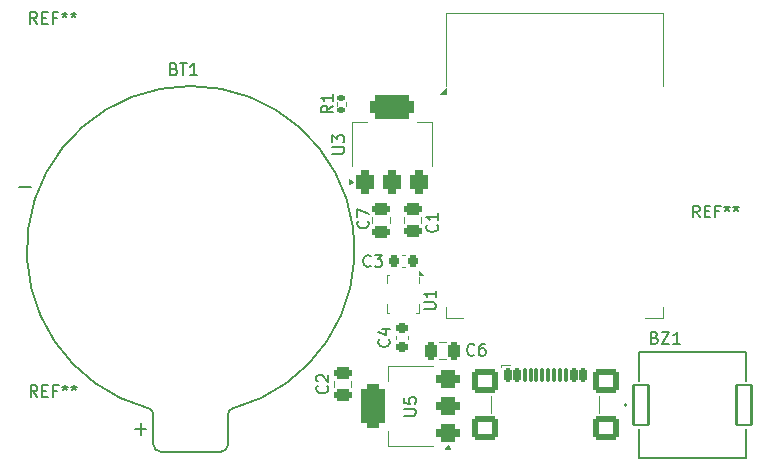
<source format=gbr>
%TF.GenerationSoftware,KiCad,Pcbnew,8.0.8-8.0.8-0~ubuntu24.04.1*%
%TF.CreationDate,2025-08-02T22:37:24-04:00*%
%TF.ProjectId,electronics,656c6563-7472-46f6-9e69-63732e6b6963,rev?*%
%TF.SameCoordinates,Original*%
%TF.FileFunction,Legend,Top*%
%TF.FilePolarity,Positive*%
%FSLAX46Y46*%
G04 Gerber Fmt 4.6, Leading zero omitted, Abs format (unit mm)*
G04 Created by KiCad (PCBNEW 8.0.8-8.0.8-0~ubuntu24.04.1) date 2025-08-02 22:37:24*
%MOMM*%
%LPD*%
G01*
G04 APERTURE LIST*
G04 Aperture macros list*
%AMRoundRect*
0 Rectangle with rounded corners*
0 $1 Rounding radius*
0 $2 $3 $4 $5 $6 $7 $8 $9 X,Y pos of 4 corners*
0 Add a 4 corners polygon primitive as box body*
4,1,4,$2,$3,$4,$5,$6,$7,$8,$9,$2,$3,0*
0 Add four circle primitives for the rounded corners*
1,1,$1+$1,$2,$3*
1,1,$1+$1,$4,$5*
1,1,$1+$1,$6,$7*
1,1,$1+$1,$8,$9*
0 Add four rect primitives between the rounded corners*
20,1,$1+$1,$2,$3,$4,$5,0*
20,1,$1+$1,$4,$5,$6,$7,0*
20,1,$1+$1,$6,$7,$8,$9,0*
20,1,$1+$1,$8,$9,$2,$3,0*%
G04 Aperture macros list end*
%ADD10C,0.150000*%
%ADD11C,0.127000*%
%ADD12C,0.200000*%
%ADD13C,0.120000*%
%ADD14C,0.100000*%
%ADD15C,2.100000*%
%ADD16RoundRect,0.102000X-0.650000X-1.700000X0.650000X-1.700000X0.650000X1.700000X-0.650000X1.700000X0*%
%ADD17C,0.650000*%
%ADD18RoundRect,0.150000X-0.150000X-0.425000X0.150000X-0.425000X0.150000X0.425000X-0.150000X0.425000X0*%
%ADD19RoundRect,0.075000X-0.075000X-0.500000X0.075000X-0.500000X0.075000X0.500000X-0.075000X0.500000X0*%
%ADD20RoundRect,0.250000X-0.840000X-0.750000X0.840000X-0.750000X0.840000X0.750000X-0.840000X0.750000X0*%
%ADD21RoundRect,0.375000X0.625000X0.375000X-0.625000X0.375000X-0.625000X-0.375000X0.625000X-0.375000X0*%
%ADD22RoundRect,0.500000X0.500000X1.400000X-0.500000X1.400000X-0.500000X-1.400000X0.500000X-1.400000X0*%
%ADD23RoundRect,0.375000X0.375000X-0.625000X0.375000X0.625000X-0.375000X0.625000X-0.375000X-0.625000X0*%
%ADD24RoundRect,0.500000X1.400000X-0.500000X1.400000X0.500000X-1.400000X0.500000X-1.400000X-0.500000X0*%
%ADD25R,0.250000X0.675000*%
%ADD26R,0.675000X0.250000*%
%ADD27C,0.600000*%
%ADD28R,3.900000X3.900000*%
%ADD29R,1.500000X0.900000*%
%ADD30R,0.900000X1.500000*%
%ADD31RoundRect,0.135000X0.185000X-0.135000X0.185000X0.135000X-0.185000X0.135000X-0.185000X-0.135000X0*%
%ADD32RoundRect,0.250000X-0.475000X0.250000X-0.475000X-0.250000X0.475000X-0.250000X0.475000X0.250000X0*%
%ADD33RoundRect,0.250000X0.250000X0.475000X-0.250000X0.475000X-0.250000X-0.475000X0.250000X-0.475000X0*%
%ADD34RoundRect,0.225000X-0.250000X0.225000X-0.250000X-0.225000X0.250000X-0.225000X0.250000X0.225000X0*%
%ADD35RoundRect,0.225000X-0.225000X-0.250000X0.225000X-0.250000X0.225000X0.250000X-0.225000X0.250000X0*%
%ADD36RoundRect,0.250000X0.475000X-0.250000X0.475000X0.250000X-0.475000X0.250000X-0.475000X-0.250000X0*%
%ADD37C,2.484000*%
G04 APERTURE END LIST*
D10*
X188576666Y-103314819D02*
X188243333Y-102838628D01*
X188005238Y-103314819D02*
X188005238Y-102314819D01*
X188005238Y-102314819D02*
X188386190Y-102314819D01*
X188386190Y-102314819D02*
X188481428Y-102362438D01*
X188481428Y-102362438D02*
X188529047Y-102410057D01*
X188529047Y-102410057D02*
X188576666Y-102505295D01*
X188576666Y-102505295D02*
X188576666Y-102648152D01*
X188576666Y-102648152D02*
X188529047Y-102743390D01*
X188529047Y-102743390D02*
X188481428Y-102791009D01*
X188481428Y-102791009D02*
X188386190Y-102838628D01*
X188386190Y-102838628D02*
X188005238Y-102838628D01*
X189005238Y-102791009D02*
X189338571Y-102791009D01*
X189481428Y-103314819D02*
X189005238Y-103314819D01*
X189005238Y-103314819D02*
X189005238Y-102314819D01*
X189005238Y-102314819D02*
X189481428Y-102314819D01*
X190243333Y-102791009D02*
X189910000Y-102791009D01*
X189910000Y-103314819D02*
X189910000Y-102314819D01*
X189910000Y-102314819D02*
X190386190Y-102314819D01*
X190910000Y-102314819D02*
X190910000Y-102552914D01*
X190671905Y-102457676D02*
X190910000Y-102552914D01*
X190910000Y-102552914D02*
X191148095Y-102457676D01*
X190767143Y-102743390D02*
X190910000Y-102552914D01*
X190910000Y-102552914D02*
X191052857Y-102743390D01*
X191671905Y-102314819D02*
X191671905Y-102552914D01*
X191433810Y-102457676D02*
X191671905Y-102552914D01*
X191671905Y-102552914D02*
X191910000Y-102457676D01*
X191529048Y-102743390D02*
X191671905Y-102552914D01*
X191671905Y-102552914D02*
X191814762Y-102743390D01*
X132516666Y-118514819D02*
X132183333Y-118038628D01*
X131945238Y-118514819D02*
X131945238Y-117514819D01*
X131945238Y-117514819D02*
X132326190Y-117514819D01*
X132326190Y-117514819D02*
X132421428Y-117562438D01*
X132421428Y-117562438D02*
X132469047Y-117610057D01*
X132469047Y-117610057D02*
X132516666Y-117705295D01*
X132516666Y-117705295D02*
X132516666Y-117848152D01*
X132516666Y-117848152D02*
X132469047Y-117943390D01*
X132469047Y-117943390D02*
X132421428Y-117991009D01*
X132421428Y-117991009D02*
X132326190Y-118038628D01*
X132326190Y-118038628D02*
X131945238Y-118038628D01*
X132945238Y-117991009D02*
X133278571Y-117991009D01*
X133421428Y-118514819D02*
X132945238Y-118514819D01*
X132945238Y-118514819D02*
X132945238Y-117514819D01*
X132945238Y-117514819D02*
X133421428Y-117514819D01*
X134183333Y-117991009D02*
X133850000Y-117991009D01*
X133850000Y-118514819D02*
X133850000Y-117514819D01*
X133850000Y-117514819D02*
X134326190Y-117514819D01*
X134850000Y-117514819D02*
X134850000Y-117752914D01*
X134611905Y-117657676D02*
X134850000Y-117752914D01*
X134850000Y-117752914D02*
X135088095Y-117657676D01*
X134707143Y-117943390D02*
X134850000Y-117752914D01*
X134850000Y-117752914D02*
X134992857Y-117943390D01*
X135611905Y-117514819D02*
X135611905Y-117752914D01*
X135373810Y-117657676D02*
X135611905Y-117752914D01*
X135611905Y-117752914D02*
X135850000Y-117657676D01*
X135469048Y-117943390D02*
X135611905Y-117752914D01*
X135611905Y-117752914D02*
X135754762Y-117943390D01*
X132476666Y-86944819D02*
X132143333Y-86468628D01*
X131905238Y-86944819D02*
X131905238Y-85944819D01*
X131905238Y-85944819D02*
X132286190Y-85944819D01*
X132286190Y-85944819D02*
X132381428Y-85992438D01*
X132381428Y-85992438D02*
X132429047Y-86040057D01*
X132429047Y-86040057D02*
X132476666Y-86135295D01*
X132476666Y-86135295D02*
X132476666Y-86278152D01*
X132476666Y-86278152D02*
X132429047Y-86373390D01*
X132429047Y-86373390D02*
X132381428Y-86421009D01*
X132381428Y-86421009D02*
X132286190Y-86468628D01*
X132286190Y-86468628D02*
X131905238Y-86468628D01*
X132905238Y-86421009D02*
X133238571Y-86421009D01*
X133381428Y-86944819D02*
X132905238Y-86944819D01*
X132905238Y-86944819D02*
X132905238Y-85944819D01*
X132905238Y-85944819D02*
X133381428Y-85944819D01*
X134143333Y-86421009D02*
X133810000Y-86421009D01*
X133810000Y-86944819D02*
X133810000Y-85944819D01*
X133810000Y-85944819D02*
X134286190Y-85944819D01*
X134810000Y-85944819D02*
X134810000Y-86182914D01*
X134571905Y-86087676D02*
X134810000Y-86182914D01*
X134810000Y-86182914D02*
X135048095Y-86087676D01*
X134667143Y-86373390D02*
X134810000Y-86182914D01*
X134810000Y-86182914D02*
X134952857Y-86373390D01*
X135571905Y-85944819D02*
X135571905Y-86182914D01*
X135333810Y-86087676D02*
X135571905Y-86182914D01*
X135571905Y-86182914D02*
X135810000Y-86087676D01*
X135429048Y-86373390D02*
X135571905Y-86182914D01*
X135571905Y-86182914D02*
X135714762Y-86373390D01*
X184786547Y-113486009D02*
X184929404Y-113533628D01*
X184929404Y-113533628D02*
X184977023Y-113581247D01*
X184977023Y-113581247D02*
X185024642Y-113676485D01*
X185024642Y-113676485D02*
X185024642Y-113819342D01*
X185024642Y-113819342D02*
X184977023Y-113914580D01*
X184977023Y-113914580D02*
X184929404Y-113962200D01*
X184929404Y-113962200D02*
X184834166Y-114009819D01*
X184834166Y-114009819D02*
X184453214Y-114009819D01*
X184453214Y-114009819D02*
X184453214Y-113009819D01*
X184453214Y-113009819D02*
X184786547Y-113009819D01*
X184786547Y-113009819D02*
X184881785Y-113057438D01*
X184881785Y-113057438D02*
X184929404Y-113105057D01*
X184929404Y-113105057D02*
X184977023Y-113200295D01*
X184977023Y-113200295D02*
X184977023Y-113295533D01*
X184977023Y-113295533D02*
X184929404Y-113390771D01*
X184929404Y-113390771D02*
X184881785Y-113438390D01*
X184881785Y-113438390D02*
X184786547Y-113486009D01*
X184786547Y-113486009D02*
X184453214Y-113486009D01*
X185357976Y-113009819D02*
X186024642Y-113009819D01*
X186024642Y-113009819D02*
X185357976Y-114009819D01*
X185357976Y-114009819D02*
X186024642Y-114009819D01*
X186929404Y-114009819D02*
X186357976Y-114009819D01*
X186643690Y-114009819D02*
X186643690Y-113009819D01*
X186643690Y-113009819D02*
X186548452Y-113152676D01*
X186548452Y-113152676D02*
X186453214Y-113247914D01*
X186453214Y-113247914D02*
X186357976Y-113295533D01*
X163574819Y-120089404D02*
X164384342Y-120089404D01*
X164384342Y-120089404D02*
X164479580Y-120041785D01*
X164479580Y-120041785D02*
X164527200Y-119994166D01*
X164527200Y-119994166D02*
X164574819Y-119898928D01*
X164574819Y-119898928D02*
X164574819Y-119708452D01*
X164574819Y-119708452D02*
X164527200Y-119613214D01*
X164527200Y-119613214D02*
X164479580Y-119565595D01*
X164479580Y-119565595D02*
X164384342Y-119517976D01*
X164384342Y-119517976D02*
X163574819Y-119517976D01*
X163574819Y-118565595D02*
X163574819Y-119041785D01*
X163574819Y-119041785D02*
X164051009Y-119089404D01*
X164051009Y-119089404D02*
X164003390Y-119041785D01*
X164003390Y-119041785D02*
X163955771Y-118946547D01*
X163955771Y-118946547D02*
X163955771Y-118708452D01*
X163955771Y-118708452D02*
X164003390Y-118613214D01*
X164003390Y-118613214D02*
X164051009Y-118565595D01*
X164051009Y-118565595D02*
X164146247Y-118517976D01*
X164146247Y-118517976D02*
X164384342Y-118517976D01*
X164384342Y-118517976D02*
X164479580Y-118565595D01*
X164479580Y-118565595D02*
X164527200Y-118613214D01*
X164527200Y-118613214D02*
X164574819Y-118708452D01*
X164574819Y-118708452D02*
X164574819Y-118946547D01*
X164574819Y-118946547D02*
X164527200Y-119041785D01*
X164527200Y-119041785D02*
X164479580Y-119089404D01*
X157494819Y-97911904D02*
X158304342Y-97911904D01*
X158304342Y-97911904D02*
X158399580Y-97864285D01*
X158399580Y-97864285D02*
X158447200Y-97816666D01*
X158447200Y-97816666D02*
X158494819Y-97721428D01*
X158494819Y-97721428D02*
X158494819Y-97530952D01*
X158494819Y-97530952D02*
X158447200Y-97435714D01*
X158447200Y-97435714D02*
X158399580Y-97388095D01*
X158399580Y-97388095D02*
X158304342Y-97340476D01*
X158304342Y-97340476D02*
X157494819Y-97340476D01*
X157494819Y-96959523D02*
X157494819Y-96340476D01*
X157494819Y-96340476D02*
X157875771Y-96673809D01*
X157875771Y-96673809D02*
X157875771Y-96530952D01*
X157875771Y-96530952D02*
X157923390Y-96435714D01*
X157923390Y-96435714D02*
X157971009Y-96388095D01*
X157971009Y-96388095D02*
X158066247Y-96340476D01*
X158066247Y-96340476D02*
X158304342Y-96340476D01*
X158304342Y-96340476D02*
X158399580Y-96388095D01*
X158399580Y-96388095D02*
X158447200Y-96435714D01*
X158447200Y-96435714D02*
X158494819Y-96530952D01*
X158494819Y-96530952D02*
X158494819Y-96816666D01*
X158494819Y-96816666D02*
X158447200Y-96911904D01*
X158447200Y-96911904D02*
X158399580Y-96959523D01*
X165234819Y-111081904D02*
X166044342Y-111081904D01*
X166044342Y-111081904D02*
X166139580Y-111034285D01*
X166139580Y-111034285D02*
X166187200Y-110986666D01*
X166187200Y-110986666D02*
X166234819Y-110891428D01*
X166234819Y-110891428D02*
X166234819Y-110700952D01*
X166234819Y-110700952D02*
X166187200Y-110605714D01*
X166187200Y-110605714D02*
X166139580Y-110558095D01*
X166139580Y-110558095D02*
X166044342Y-110510476D01*
X166044342Y-110510476D02*
X165234819Y-110510476D01*
X166234819Y-109510476D02*
X166234819Y-110081904D01*
X166234819Y-109796190D02*
X165234819Y-109796190D01*
X165234819Y-109796190D02*
X165377676Y-109891428D01*
X165377676Y-109891428D02*
X165472914Y-109986666D01*
X165472914Y-109986666D02*
X165520533Y-110081904D01*
X157534819Y-93856666D02*
X157058628Y-94189999D01*
X157534819Y-94428094D02*
X156534819Y-94428094D01*
X156534819Y-94428094D02*
X156534819Y-94047142D01*
X156534819Y-94047142D02*
X156582438Y-93951904D01*
X156582438Y-93951904D02*
X156630057Y-93904285D01*
X156630057Y-93904285D02*
X156725295Y-93856666D01*
X156725295Y-93856666D02*
X156868152Y-93856666D01*
X156868152Y-93856666D02*
X156963390Y-93904285D01*
X156963390Y-93904285D02*
X157011009Y-93951904D01*
X157011009Y-93951904D02*
X157058628Y-94047142D01*
X157058628Y-94047142D02*
X157058628Y-94428094D01*
X157534819Y-92904285D02*
X157534819Y-93475713D01*
X157534819Y-93189999D02*
X156534819Y-93189999D01*
X156534819Y-93189999D02*
X156677676Y-93285237D01*
X156677676Y-93285237D02*
X156772914Y-93380475D01*
X156772914Y-93380475D02*
X156820533Y-93475713D01*
X160489580Y-103626666D02*
X160537200Y-103674285D01*
X160537200Y-103674285D02*
X160584819Y-103817142D01*
X160584819Y-103817142D02*
X160584819Y-103912380D01*
X160584819Y-103912380D02*
X160537200Y-104055237D01*
X160537200Y-104055237D02*
X160441961Y-104150475D01*
X160441961Y-104150475D02*
X160346723Y-104198094D01*
X160346723Y-104198094D02*
X160156247Y-104245713D01*
X160156247Y-104245713D02*
X160013390Y-104245713D01*
X160013390Y-104245713D02*
X159822914Y-104198094D01*
X159822914Y-104198094D02*
X159727676Y-104150475D01*
X159727676Y-104150475D02*
X159632438Y-104055237D01*
X159632438Y-104055237D02*
X159584819Y-103912380D01*
X159584819Y-103912380D02*
X159584819Y-103817142D01*
X159584819Y-103817142D02*
X159632438Y-103674285D01*
X159632438Y-103674285D02*
X159680057Y-103626666D01*
X159584819Y-103293332D02*
X159584819Y-102626666D01*
X159584819Y-102626666D02*
X160584819Y-103055237D01*
X169513333Y-114929580D02*
X169465714Y-114977200D01*
X169465714Y-114977200D02*
X169322857Y-115024819D01*
X169322857Y-115024819D02*
X169227619Y-115024819D01*
X169227619Y-115024819D02*
X169084762Y-114977200D01*
X169084762Y-114977200D02*
X168989524Y-114881961D01*
X168989524Y-114881961D02*
X168941905Y-114786723D01*
X168941905Y-114786723D02*
X168894286Y-114596247D01*
X168894286Y-114596247D02*
X168894286Y-114453390D01*
X168894286Y-114453390D02*
X168941905Y-114262914D01*
X168941905Y-114262914D02*
X168989524Y-114167676D01*
X168989524Y-114167676D02*
X169084762Y-114072438D01*
X169084762Y-114072438D02*
X169227619Y-114024819D01*
X169227619Y-114024819D02*
X169322857Y-114024819D01*
X169322857Y-114024819D02*
X169465714Y-114072438D01*
X169465714Y-114072438D02*
X169513333Y-114120057D01*
X170370476Y-114024819D02*
X170180000Y-114024819D01*
X170180000Y-114024819D02*
X170084762Y-114072438D01*
X170084762Y-114072438D02*
X170037143Y-114120057D01*
X170037143Y-114120057D02*
X169941905Y-114262914D01*
X169941905Y-114262914D02*
X169894286Y-114453390D01*
X169894286Y-114453390D02*
X169894286Y-114834342D01*
X169894286Y-114834342D02*
X169941905Y-114929580D01*
X169941905Y-114929580D02*
X169989524Y-114977200D01*
X169989524Y-114977200D02*
X170084762Y-115024819D01*
X170084762Y-115024819D02*
X170275238Y-115024819D01*
X170275238Y-115024819D02*
X170370476Y-114977200D01*
X170370476Y-114977200D02*
X170418095Y-114929580D01*
X170418095Y-114929580D02*
X170465714Y-114834342D01*
X170465714Y-114834342D02*
X170465714Y-114596247D01*
X170465714Y-114596247D02*
X170418095Y-114501009D01*
X170418095Y-114501009D02*
X170370476Y-114453390D01*
X170370476Y-114453390D02*
X170275238Y-114405771D01*
X170275238Y-114405771D02*
X170084762Y-114405771D01*
X170084762Y-114405771D02*
X169989524Y-114453390D01*
X169989524Y-114453390D02*
X169941905Y-114501009D01*
X169941905Y-114501009D02*
X169894286Y-114596247D01*
X162269580Y-113646666D02*
X162317200Y-113694285D01*
X162317200Y-113694285D02*
X162364819Y-113837142D01*
X162364819Y-113837142D02*
X162364819Y-113932380D01*
X162364819Y-113932380D02*
X162317200Y-114075237D01*
X162317200Y-114075237D02*
X162221961Y-114170475D01*
X162221961Y-114170475D02*
X162126723Y-114218094D01*
X162126723Y-114218094D02*
X161936247Y-114265713D01*
X161936247Y-114265713D02*
X161793390Y-114265713D01*
X161793390Y-114265713D02*
X161602914Y-114218094D01*
X161602914Y-114218094D02*
X161507676Y-114170475D01*
X161507676Y-114170475D02*
X161412438Y-114075237D01*
X161412438Y-114075237D02*
X161364819Y-113932380D01*
X161364819Y-113932380D02*
X161364819Y-113837142D01*
X161364819Y-113837142D02*
X161412438Y-113694285D01*
X161412438Y-113694285D02*
X161460057Y-113646666D01*
X161698152Y-112789523D02*
X162364819Y-112789523D01*
X161317200Y-113027618D02*
X162031485Y-113265713D01*
X162031485Y-113265713D02*
X162031485Y-112646666D01*
X160723333Y-107399580D02*
X160675714Y-107447200D01*
X160675714Y-107447200D02*
X160532857Y-107494819D01*
X160532857Y-107494819D02*
X160437619Y-107494819D01*
X160437619Y-107494819D02*
X160294762Y-107447200D01*
X160294762Y-107447200D02*
X160199524Y-107351961D01*
X160199524Y-107351961D02*
X160151905Y-107256723D01*
X160151905Y-107256723D02*
X160104286Y-107066247D01*
X160104286Y-107066247D02*
X160104286Y-106923390D01*
X160104286Y-106923390D02*
X160151905Y-106732914D01*
X160151905Y-106732914D02*
X160199524Y-106637676D01*
X160199524Y-106637676D02*
X160294762Y-106542438D01*
X160294762Y-106542438D02*
X160437619Y-106494819D01*
X160437619Y-106494819D02*
X160532857Y-106494819D01*
X160532857Y-106494819D02*
X160675714Y-106542438D01*
X160675714Y-106542438D02*
X160723333Y-106590057D01*
X161056667Y-106494819D02*
X161675714Y-106494819D01*
X161675714Y-106494819D02*
X161342381Y-106875771D01*
X161342381Y-106875771D02*
X161485238Y-106875771D01*
X161485238Y-106875771D02*
X161580476Y-106923390D01*
X161580476Y-106923390D02*
X161628095Y-106971009D01*
X161628095Y-106971009D02*
X161675714Y-107066247D01*
X161675714Y-107066247D02*
X161675714Y-107304342D01*
X161675714Y-107304342D02*
X161628095Y-107399580D01*
X161628095Y-107399580D02*
X161580476Y-107447200D01*
X161580476Y-107447200D02*
X161485238Y-107494819D01*
X161485238Y-107494819D02*
X161199524Y-107494819D01*
X161199524Y-107494819D02*
X161104286Y-107447200D01*
X161104286Y-107447200D02*
X161056667Y-107399580D01*
X157049580Y-117576666D02*
X157097200Y-117624285D01*
X157097200Y-117624285D02*
X157144819Y-117767142D01*
X157144819Y-117767142D02*
X157144819Y-117862380D01*
X157144819Y-117862380D02*
X157097200Y-118005237D01*
X157097200Y-118005237D02*
X157001961Y-118100475D01*
X157001961Y-118100475D02*
X156906723Y-118148094D01*
X156906723Y-118148094D02*
X156716247Y-118195713D01*
X156716247Y-118195713D02*
X156573390Y-118195713D01*
X156573390Y-118195713D02*
X156382914Y-118148094D01*
X156382914Y-118148094D02*
X156287676Y-118100475D01*
X156287676Y-118100475D02*
X156192438Y-118005237D01*
X156192438Y-118005237D02*
X156144819Y-117862380D01*
X156144819Y-117862380D02*
X156144819Y-117767142D01*
X156144819Y-117767142D02*
X156192438Y-117624285D01*
X156192438Y-117624285D02*
X156240057Y-117576666D01*
X156240057Y-117195713D02*
X156192438Y-117148094D01*
X156192438Y-117148094D02*
X156144819Y-117052856D01*
X156144819Y-117052856D02*
X156144819Y-116814761D01*
X156144819Y-116814761D02*
X156192438Y-116719523D01*
X156192438Y-116719523D02*
X156240057Y-116671904D01*
X156240057Y-116671904D02*
X156335295Y-116624285D01*
X156335295Y-116624285D02*
X156430533Y-116624285D01*
X156430533Y-116624285D02*
X156573390Y-116671904D01*
X156573390Y-116671904D02*
X157144819Y-117243332D01*
X157144819Y-117243332D02*
X157144819Y-116624285D01*
X166349580Y-103916666D02*
X166397200Y-103964285D01*
X166397200Y-103964285D02*
X166444819Y-104107142D01*
X166444819Y-104107142D02*
X166444819Y-104202380D01*
X166444819Y-104202380D02*
X166397200Y-104345237D01*
X166397200Y-104345237D02*
X166301961Y-104440475D01*
X166301961Y-104440475D02*
X166206723Y-104488094D01*
X166206723Y-104488094D02*
X166016247Y-104535713D01*
X166016247Y-104535713D02*
X165873390Y-104535713D01*
X165873390Y-104535713D02*
X165682914Y-104488094D01*
X165682914Y-104488094D02*
X165587676Y-104440475D01*
X165587676Y-104440475D02*
X165492438Y-104345237D01*
X165492438Y-104345237D02*
X165444819Y-104202380D01*
X165444819Y-104202380D02*
X165444819Y-104107142D01*
X165444819Y-104107142D02*
X165492438Y-103964285D01*
X165492438Y-103964285D02*
X165540057Y-103916666D01*
X166444819Y-102964285D02*
X166444819Y-103535713D01*
X166444819Y-103249999D02*
X165444819Y-103249999D01*
X165444819Y-103249999D02*
X165587676Y-103345237D01*
X165587676Y-103345237D02*
X165682914Y-103440475D01*
X165682914Y-103440475D02*
X165730533Y-103535713D01*
X144073519Y-90760314D02*
X144216376Y-90807933D01*
X144216376Y-90807933D02*
X144263995Y-90855552D01*
X144263995Y-90855552D02*
X144311614Y-90950790D01*
X144311614Y-90950790D02*
X144311614Y-91093647D01*
X144311614Y-91093647D02*
X144263995Y-91188885D01*
X144263995Y-91188885D02*
X144216376Y-91236505D01*
X144216376Y-91236505D02*
X144121138Y-91284124D01*
X144121138Y-91284124D02*
X143740186Y-91284124D01*
X143740186Y-91284124D02*
X143740186Y-90284124D01*
X143740186Y-90284124D02*
X144073519Y-90284124D01*
X144073519Y-90284124D02*
X144168757Y-90331743D01*
X144168757Y-90331743D02*
X144216376Y-90379362D01*
X144216376Y-90379362D02*
X144263995Y-90474600D01*
X144263995Y-90474600D02*
X144263995Y-90569838D01*
X144263995Y-90569838D02*
X144216376Y-90665076D01*
X144216376Y-90665076D02*
X144168757Y-90712695D01*
X144168757Y-90712695D02*
X144073519Y-90760314D01*
X144073519Y-90760314D02*
X143740186Y-90760314D01*
X144597329Y-90284124D02*
X145168757Y-90284124D01*
X144883043Y-91284124D02*
X144883043Y-90284124D01*
X146025900Y-91284124D02*
X145454472Y-91284124D01*
X145740186Y-91284124D02*
X145740186Y-90284124D01*
X145740186Y-90284124D02*
X145644948Y-90426981D01*
X145644948Y-90426981D02*
X145549710Y-90522219D01*
X145549710Y-90522219D02*
X145454472Y-90569838D01*
D11*
%TO.C,BZ1*%
X183492500Y-114690000D02*
X192492500Y-114690000D01*
X183492500Y-117170000D02*
X183492500Y-114690000D01*
X183492500Y-123690000D02*
X183492500Y-121210000D01*
X192492500Y-114690000D02*
X192492500Y-117170000D01*
X192492500Y-121210000D02*
X192492500Y-123690000D01*
X192492500Y-123690000D02*
X183492500Y-123690000D01*
D12*
X182392500Y-119190000D02*
G75*
G02*
X182192500Y-119190000I-100000J0D01*
G01*
X182192500Y-119190000D02*
G75*
G02*
X182392500Y-119190000I100000J0D01*
G01*
D13*
%TO.C,J1*%
X170940000Y-119875000D02*
X170940000Y-118465000D01*
X171760000Y-115795000D02*
X171760000Y-115945000D01*
X172560000Y-115795000D02*
X171760000Y-115795000D01*
X180100000Y-119875000D02*
X180100000Y-118465000D01*
%TO.C,U5*%
X165970000Y-122700000D02*
X162210000Y-122700000D01*
X165970000Y-115880000D02*
X162210000Y-115880000D01*
X162210000Y-122700000D02*
X162210000Y-121440000D01*
X162210000Y-115880000D02*
X162210000Y-117140000D01*
X167490000Y-122930000D02*
X167010000Y-122930000D01*
X167250000Y-122600000D01*
X167490000Y-122930000D01*
G36*
X167490000Y-122930000D02*
G01*
X167010000Y-122930000D01*
X167250000Y-122600000D01*
X167490000Y-122930000D01*
G37*
%TO.C,U3*%
X159230000Y-100280000D02*
X158900000Y-100520000D01*
X158900000Y-100040000D01*
X159230000Y-100280000D01*
G36*
X159230000Y-100280000D02*
G01*
X158900000Y-100520000D01*
X158900000Y-100040000D01*
X159230000Y-100280000D01*
G37*
X165950000Y-95240000D02*
X164690000Y-95240000D01*
X159130000Y-95240000D02*
X160390000Y-95240000D01*
X165950000Y-99000000D02*
X165950000Y-95240000D01*
X159130000Y-99000000D02*
X159130000Y-95240000D01*
D14*
%TO.C,U2*%
X162092500Y-108190000D02*
X162312500Y-108190000D01*
X162092500Y-108190000D02*
X162092500Y-108910000D01*
X164792500Y-108390000D02*
X164792500Y-108910000D01*
X164792500Y-110670000D02*
X164792500Y-111390000D01*
X164792500Y-111390000D02*
X164572500Y-111390000D01*
X162312500Y-111390000D02*
X162092500Y-111390000D01*
X162092500Y-111390000D02*
X162092500Y-110670000D01*
X165152500Y-108190000D02*
X164792500Y-108190000D01*
X164792500Y-107830000D01*
X165152500Y-108190000D01*
G36*
X165152500Y-108190000D02*
G01*
X164792500Y-108190000D01*
X164792500Y-107830000D01*
X165152500Y-108190000D01*
G37*
D13*
%TO.C,U1*%
X167080000Y-92895000D02*
X166580000Y-92895000D01*
X167080000Y-92395000D01*
X167080000Y-92895000D01*
G36*
X167080000Y-92895000D02*
G01*
X166580000Y-92895000D01*
X167080000Y-92395000D01*
X167080000Y-92895000D01*
G37*
X185480000Y-111870000D02*
X185480000Y-110870000D01*
X185480000Y-111870000D02*
X183980000Y-111870000D01*
X185480000Y-86020000D02*
X185480000Y-92220000D01*
X167080000Y-111870000D02*
X168580000Y-111870000D01*
X167080000Y-110870000D02*
X167080000Y-111870000D01*
X167080000Y-86020000D02*
X185480000Y-86020000D01*
X167080000Y-86020000D02*
X167080000Y-92220000D01*
%TO.C,R1*%
X157870000Y-93843641D02*
X157870000Y-93536359D01*
X158630000Y-93843641D02*
X158630000Y-93536359D01*
%TO.C,C7*%
X160875000Y-103298748D02*
X160875000Y-103821252D01*
X162345000Y-103298748D02*
X162345000Y-103821252D01*
%TO.C,C6*%
X167071252Y-113855000D02*
X166548748Y-113855000D01*
X167071252Y-115325000D02*
X166548748Y-115325000D01*
%TO.C,C4*%
X162900000Y-113329420D02*
X162900000Y-113610580D01*
X163920000Y-113329420D02*
X163920000Y-113610580D01*
%TO.C,C3*%
X163359420Y-107500000D02*
X163640580Y-107500000D01*
X163359420Y-106480000D02*
X163640580Y-106480000D01*
%TO.C,C2*%
X159105000Y-117671252D02*
X159105000Y-117148748D01*
X157635000Y-117671252D02*
X157635000Y-117148748D01*
%TO.C,C1*%
X163555000Y-103278748D02*
X163555000Y-103801252D01*
X165025000Y-103278748D02*
X165025000Y-103801252D01*
D11*
%TO.C,BT1*%
X148669234Y-122515805D02*
G75*
G02*
X148034234Y-123150805I-635000J0D01*
G01*
X148669234Y-119979105D02*
G75*
G02*
X149048252Y-119486596I509500J0D01*
G01*
X142954234Y-123150805D02*
G75*
G02*
X142319234Y-122515805I-1J634999D01*
G01*
X141940214Y-119486605D02*
G75*
G02*
X149048254Y-119486605I3554020J13417285D01*
G01*
X141940214Y-119486605D02*
G75*
G02*
X142319234Y-119979105I-130464J-492497D01*
G01*
X148669234Y-119979105D02*
X148669234Y-122515805D01*
X142954234Y-123150805D02*
X148034234Y-123150805D01*
X142319234Y-119979105D02*
X142319234Y-122515805D01*
X141244234Y-120758505D02*
X141244234Y-121758505D01*
X140744234Y-121258505D02*
X141744234Y-121258505D01*
X130954234Y-100768505D02*
X131954234Y-100768505D01*
%TD*%
%LPC*%
D15*
%TO.C,REF\u002A\u002A*%
X189910000Y-106060000D03*
%TD*%
%TO.C,REF\u002A\u002A*%
X133850000Y-121260000D03*
%TD*%
%TO.C,REF\u002A\u002A*%
X133810000Y-89690000D03*
%TD*%
D16*
%TO.C,BZ1*%
X183642500Y-119190000D03*
X192342500Y-119190000D03*
%TD*%
D17*
%TO.C,J1*%
X172630000Y-117705000D03*
X178410000Y-117705000D03*
D18*
X172320000Y-116630000D03*
X173120000Y-116630000D03*
D19*
X174270000Y-116630000D03*
X175270000Y-116630000D03*
X175770000Y-116630000D03*
X176770000Y-116630000D03*
D18*
X177920000Y-116630000D03*
X178720000Y-116630000D03*
X178720000Y-116630000D03*
X177920000Y-116630000D03*
D19*
X177270000Y-116630000D03*
X176270000Y-116630000D03*
X174770000Y-116630000D03*
X173770000Y-116630000D03*
D18*
X173120000Y-116630000D03*
X172320000Y-116630000D03*
D20*
X170410000Y-117205000D03*
X170410000Y-121135000D03*
X180630000Y-117205000D03*
X180630000Y-121135000D03*
%TD*%
D21*
%TO.C,U5*%
X167270000Y-121590000D03*
X167270000Y-119290000D03*
D22*
X160970000Y-119290000D03*
D21*
X167270000Y-116990000D03*
%TD*%
D23*
%TO.C,U3*%
X164840000Y-100300000D03*
D24*
X162540000Y-94000000D03*
D23*
X162540000Y-100300000D03*
X160240000Y-100300000D03*
%TD*%
D25*
%TO.C,U2*%
X164192500Y-108527500D03*
X163692500Y-108527500D03*
X163192500Y-108527500D03*
X162692500Y-108527500D03*
D26*
X162430000Y-109290000D03*
X162430000Y-109790000D03*
X162430000Y-110290000D03*
D25*
X162692500Y-111052500D03*
X163192500Y-111052500D03*
X163692500Y-111052500D03*
X164192500Y-111052500D03*
D26*
X164455000Y-110290000D03*
X164455000Y-109790000D03*
X164455000Y-109290000D03*
%TD*%
D27*
%TO.C,U1*%
X176180000Y-102080000D03*
X176180000Y-100680000D03*
X175480000Y-102780000D03*
X175480000Y-101380000D03*
X175480000Y-99980000D03*
X174780000Y-102080000D03*
D28*
X174780000Y-101380000D03*
D27*
X174780000Y-100680000D03*
X174080000Y-102780000D03*
X174080000Y-101380000D03*
X174080000Y-99980000D03*
X173380000Y-102080000D03*
X173380000Y-100680000D03*
D29*
X185030000Y-93660000D03*
X185030000Y-94930000D03*
X185030000Y-96200000D03*
X185030000Y-97470000D03*
X185030000Y-98740000D03*
X185030000Y-100010000D03*
X185030000Y-101280000D03*
X185030000Y-102550000D03*
X185030000Y-103820000D03*
X185030000Y-105090000D03*
X185030000Y-106360000D03*
X185030000Y-107630000D03*
X185030000Y-108900000D03*
X185030000Y-110170000D03*
D30*
X183265000Y-111420000D03*
X181995000Y-111420000D03*
X180725000Y-111420000D03*
X179455000Y-111420000D03*
X178185000Y-111420000D03*
X176915000Y-111420000D03*
X175645000Y-111420000D03*
X174375000Y-111420000D03*
X173105000Y-111420000D03*
X171835000Y-111420000D03*
X170565000Y-111420000D03*
X169295000Y-111420000D03*
D29*
X167530000Y-110170000D03*
X167530000Y-108900000D03*
X167530000Y-107630000D03*
X167530000Y-106360000D03*
X167530000Y-105090000D03*
X167530000Y-103820000D03*
X167530000Y-102550000D03*
X167530000Y-101280000D03*
X167530000Y-100010000D03*
X167530000Y-98740000D03*
X167530000Y-97470000D03*
X167530000Y-96200000D03*
X167530000Y-94930000D03*
X167530000Y-93660000D03*
%TD*%
D31*
%TO.C,R1*%
X158250000Y-94200000D03*
X158250000Y-93180000D03*
%TD*%
D32*
%TO.C,C7*%
X161610000Y-102610000D03*
X161610000Y-104510000D03*
%TD*%
D33*
%TO.C,C6*%
X167760000Y-114590000D03*
X165860000Y-114590000D03*
%TD*%
D34*
%TO.C,C4*%
X163410000Y-112695000D03*
X163410000Y-114245000D03*
%TD*%
D35*
%TO.C,C3*%
X162725000Y-106990000D03*
X164275000Y-106990000D03*
%TD*%
D36*
%TO.C,C2*%
X158370000Y-118360000D03*
X158370000Y-116460000D03*
%TD*%
D32*
%TO.C,C1*%
X164290000Y-102590000D03*
X164290000Y-104490000D03*
%TD*%
D37*
%TO.C,BT1*%
X145494234Y-100768505D03*
X145494234Y-121258505D03*
%TD*%
%LPD*%
M02*

</source>
